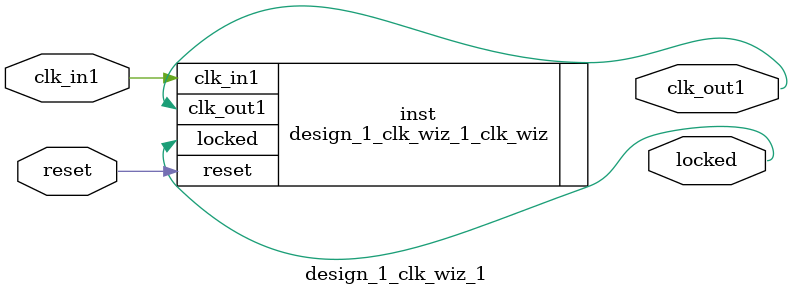
<source format=v>


`timescale 1ps/1ps

(* CORE_GENERATION_INFO = "design_1_clk_wiz_1,clk_wiz_v5_4_2_0,{component_name=design_1_clk_wiz_1,use_phase_alignment=true,use_min_o_jitter=false,use_max_i_jitter=false,use_dyn_phase_shift=false,use_inclk_switchover=false,use_dyn_reconfig=false,enable_axi=0,feedback_source=FDBK_AUTO,PRIMITIVE=MMCM,num_out_clk=1,clkin1_period=8.000,clkin2_period=10.000,use_power_down=false,use_reset=true,use_locked=true,use_inclk_stopped=false,feedback_type=SINGLE,CLOCK_MGR_TYPE=NA,manual_override=false}" *)

module design_1_clk_wiz_1 
 (
  // Clock out ports
  output        clk_out1,
  // Status and control signals
  input         reset,
  output        locked,
 // Clock in ports
  input         clk_in1
 );

  design_1_clk_wiz_1_clk_wiz inst
  (
  // Clock out ports  
  .clk_out1(clk_out1),
  // Status and control signals               
  .reset(reset), 
  .locked(locked),
 // Clock in ports
  .clk_in1(clk_in1)
  );

endmodule

</source>
